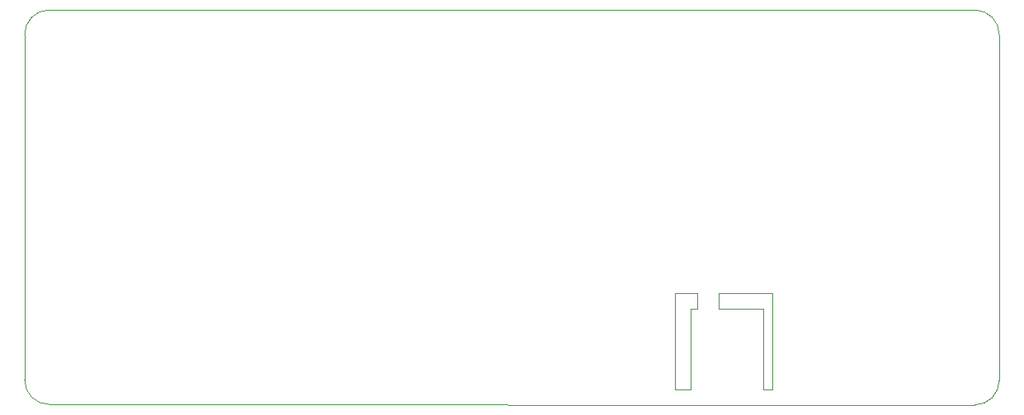
<source format=gm1>
G04 #@! TF.GenerationSoftware,KiCad,Pcbnew,8.0.5*
G04 #@! TF.CreationDate,2024-11-13T12:29:25-06:00*
G04 #@! TF.ProjectId,APG_Sensor_Test_Board,4150475f-5365-46e7-936f-725f54657374,rev?*
G04 #@! TF.SameCoordinates,Original*
G04 #@! TF.FileFunction,Profile,NP*
%FSLAX46Y46*%
G04 Gerber Fmt 4.6, Leading zero omitted, Abs format (unit mm)*
G04 Created by KiCad (PCBNEW 8.0.5) date 2024-11-13 12:29:25*
%MOMM*%
%LPD*%
G01*
G04 APERTURE LIST*
G04 #@! TA.AperFunction,Profile*
%ADD10C,0.050000*%
G04 #@! TD*
G04 APERTURE END LIST*
D10*
X97000000Y-52500000D02*
G75*
G02*
X99500000Y-50000000I2500000J0D01*
G01*
X197000000Y-88100000D02*
X197000000Y-52500000D01*
X99500000Y-90550000D02*
G75*
G02*
X97000000Y-88050000I0J2500000D01*
G01*
X194500000Y-50000000D02*
X99500000Y-50000000D01*
X99500000Y-90550000D02*
X194500000Y-90600000D01*
X197000000Y-88100000D02*
G75*
G02*
X194500000Y-90600000I-2500000J0D01*
G01*
X166000000Y-80750000D02*
X165300000Y-80750000D01*
X165300000Y-89000000D01*
X163750000Y-89000000D01*
X163750000Y-79150000D01*
X166000000Y-79150000D01*
X166000000Y-80750000D01*
X194500000Y-50000000D02*
G75*
G02*
X197000000Y-52500000I0J-2500000D01*
G01*
X97000000Y-88050000D02*
X97000000Y-52500000D01*
X173750000Y-89000000D02*
X172750000Y-89000000D01*
X172750000Y-80750000D01*
X168250000Y-80750000D01*
X168250000Y-79150000D01*
X173750000Y-79150000D01*
X173750000Y-89000000D01*
M02*

</source>
